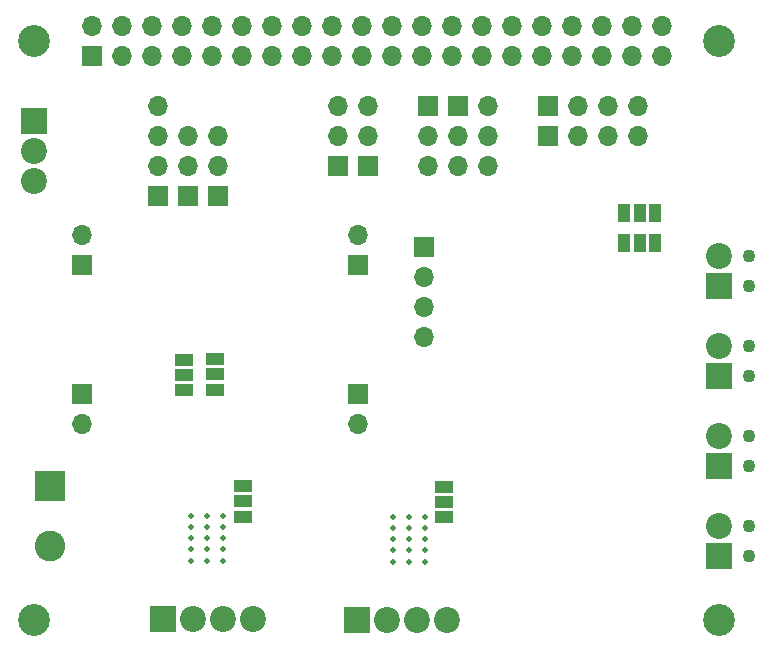
<source format=gbs>
%TF.GenerationSoftware,KiCad,Pcbnew,9.0.0*%
%TF.CreationDate,2025-04-25T21:38:16-04:00*%
%TF.ProjectId,OSTR_hat,4f535452-5f68-4617-942e-6b696361645f,2b*%
%TF.SameCoordinates,Original*%
%TF.FileFunction,Soldermask,Bot*%
%TF.FilePolarity,Negative*%
%FSLAX46Y46*%
G04 Gerber Fmt 4.6, Leading zero omitted, Abs format (unit mm)*
G04 Created by KiCad (PCBNEW 9.0.0) date 2025-04-25 21:38:16*
%MOMM*%
%LPD*%
G01*
G04 APERTURE LIST*
%ADD10R,1.700000X1.700000*%
%ADD11O,1.700000X1.700000*%
%ADD12R,2.200000X2.200000*%
%ADD13C,2.200000*%
%ADD14C,2.700000*%
%ADD15C,1.100000*%
%ADD16C,0.499999*%
%ADD17R,2.600000X2.600000*%
%ADD18C,2.600000*%
%ADD19R,1.500000X1.000000*%
%ADD20R,1.000000X1.500000*%
G04 APERTURE END LIST*
D10*
X107018000Y-108725000D03*
D11*
X107018000Y-106185000D03*
D12*
X79650000Y-96505000D03*
D13*
X79650000Y-99045000D03*
X79650000Y-101585000D03*
D14*
X137650000Y-89725000D03*
D10*
X107018000Y-119647000D03*
D11*
X107018000Y-122187000D03*
D12*
X106935000Y-138771893D03*
D13*
X109475000Y-138771893D03*
X112015000Y-138771893D03*
X114555000Y-138771893D03*
D15*
X140190000Y-110480000D03*
X140190000Y-107940000D03*
D12*
X137650000Y-110480000D03*
D13*
X137650000Y-107940000D03*
D15*
X140190000Y-125720000D03*
X140190000Y-123180000D03*
D12*
X137650000Y-125720000D03*
D13*
X137650000Y-123180000D03*
D10*
X95200000Y-102840000D03*
D11*
X95200000Y-100300000D03*
X95200000Y-97760000D03*
D10*
X90120000Y-102845000D03*
D11*
X90120000Y-100305000D03*
X90120000Y-97765000D03*
X90120000Y-95225000D03*
D10*
X123140000Y-97775000D03*
D11*
X125680000Y-97775000D03*
X128220000Y-97775000D03*
X130760000Y-97775000D03*
D10*
X83650000Y-119647000D03*
D11*
X83650000Y-122187000D03*
D12*
X90535000Y-138679000D03*
D13*
X93075000Y-138679000D03*
X95615000Y-138679000D03*
X98155000Y-138679000D03*
D15*
X140190000Y-118095000D03*
X140190000Y-115555000D03*
D12*
X137650000Y-118095000D03*
D13*
X137650000Y-115555000D03*
D10*
X107900000Y-100300000D03*
D11*
X107900000Y-97760000D03*
X107900000Y-95220000D03*
D10*
X115520000Y-95235000D03*
D11*
X118060000Y-95235000D03*
X115520000Y-97775000D03*
X118060000Y-97775000D03*
X115520000Y-100315000D03*
X118060000Y-100315000D03*
D15*
X140190000Y-133340000D03*
X140190000Y-130800000D03*
D12*
X137650000Y-133340000D03*
D13*
X137650000Y-130800000D03*
D14*
X79650000Y-138725000D03*
X79650000Y-89725000D03*
D16*
X92915000Y-129925998D03*
X92915000Y-130875998D03*
X92915000Y-131825999D03*
X92915000Y-132776000D03*
X92915000Y-133726000D03*
X94265000Y-129925998D03*
X94265000Y-130875998D03*
X94265000Y-131825999D03*
X94265000Y-132776000D03*
X94265000Y-133726000D03*
X95615000Y-129925998D03*
X95615000Y-130875998D03*
X95615000Y-131825999D03*
X95615000Y-132776000D03*
X95615000Y-133726000D03*
D10*
X112650000Y-107185000D03*
D11*
X112650000Y-109725000D03*
X112650000Y-112265000D03*
X112650000Y-114805000D03*
D10*
X112985000Y-95235000D03*
D11*
X112985000Y-97775000D03*
X112985000Y-100315000D03*
D17*
X80945000Y-127430000D03*
D18*
X80945000Y-132510000D03*
D10*
X83650000Y-108725000D03*
D11*
X83650000Y-106185000D03*
D14*
X137650000Y-138725000D03*
D10*
X123140000Y-95235000D03*
D11*
X125680000Y-95235000D03*
X128220000Y-95235000D03*
X130760000Y-95235000D03*
D10*
X92660000Y-102840000D03*
D11*
X92660000Y-100300000D03*
X92660000Y-97760000D03*
D16*
X110008334Y-130019891D03*
X110008334Y-130969891D03*
X110008334Y-131919892D03*
X110008334Y-132869893D03*
X110008334Y-133819893D03*
X111358334Y-130019891D03*
X111358334Y-130969891D03*
X111358334Y-131919892D03*
X111358334Y-132869893D03*
X111358334Y-133819893D03*
X112708334Y-130019891D03*
X112708334Y-130969891D03*
X112708334Y-131919892D03*
X112708334Y-132869893D03*
X112708334Y-133819893D03*
D10*
X105355000Y-100300000D03*
D11*
X105355000Y-97760000D03*
X105355000Y-95220000D03*
D10*
X84520000Y-90995000D03*
D11*
X84520000Y-88455000D03*
X87060000Y-90995000D03*
X87060000Y-88455000D03*
X89600000Y-90995000D03*
X89600000Y-88455000D03*
X92140000Y-90995000D03*
X92140000Y-88455000D03*
X94680000Y-90995000D03*
X94680000Y-88455000D03*
X97220000Y-90995000D03*
X97220000Y-88455000D03*
X99760000Y-90995000D03*
X99760000Y-88455000D03*
X102300000Y-90995000D03*
X102300000Y-88455000D03*
X104840000Y-90995000D03*
X104840000Y-88455000D03*
X107380000Y-90995000D03*
X107380000Y-88455000D03*
X109920000Y-90995000D03*
X109920000Y-88455000D03*
X112460000Y-90995000D03*
X112460000Y-88455000D03*
X115000000Y-90995000D03*
X115000000Y-88455000D03*
X117540000Y-90995000D03*
X117540000Y-88455000D03*
X120080000Y-90995000D03*
X120080000Y-88455000D03*
X122620000Y-90995000D03*
X122620000Y-88455000D03*
X125160000Y-90995000D03*
X125160000Y-88455000D03*
X127700000Y-90995000D03*
X127700000Y-88455000D03*
X130240000Y-90995000D03*
X130240000Y-88455000D03*
X132780000Y-90995000D03*
X132780000Y-88455000D03*
D19*
X92350000Y-116725000D03*
X92350000Y-118025000D03*
X92350000Y-119325000D03*
D20*
X132200000Y-104310000D03*
X130900000Y-104310000D03*
X129600000Y-104310000D03*
D19*
X114351334Y-130071893D03*
X114351334Y-128771893D03*
X114351334Y-127471893D03*
D20*
X132200000Y-106882500D03*
X130900000Y-106882500D03*
X129600000Y-106882500D03*
D19*
X97350000Y-130025000D03*
X97350000Y-128725000D03*
X97350000Y-127425000D03*
X94900000Y-116675000D03*
X94900000Y-117975000D03*
X94900000Y-119275000D03*
M02*

</source>
